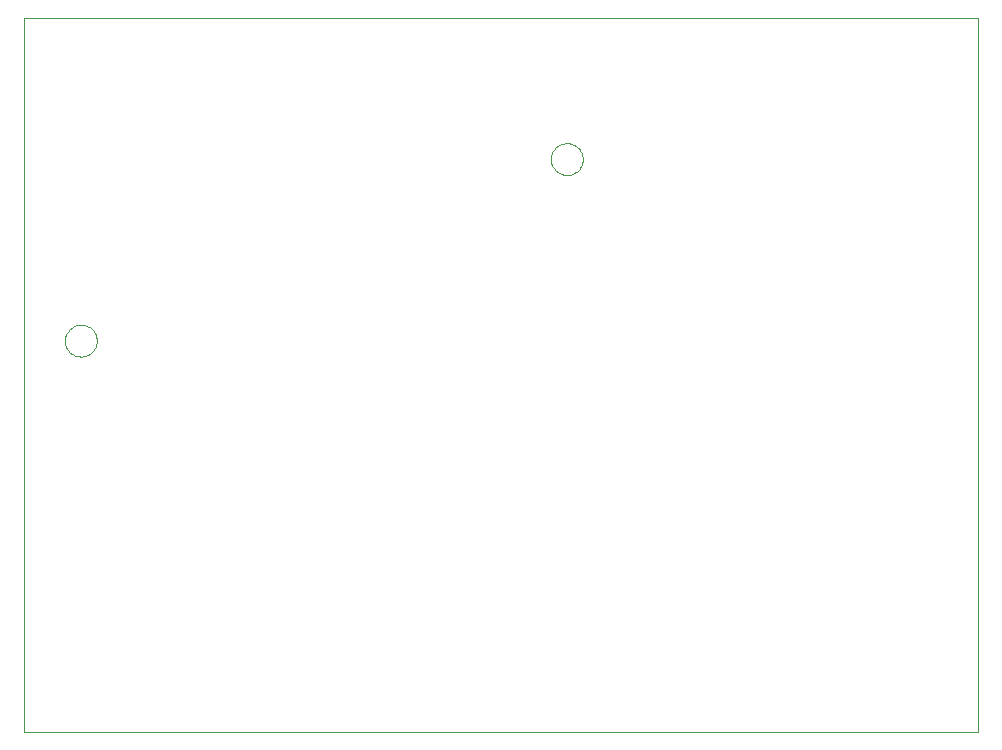
<source format=gbr>
G75*
G70*
%OFA0B0*%
%FSLAX24Y24*%
%IPPOS*%
%LPD*%
%AMOC8*
5,1,8,0,0,1.08239X$1,22.5*
%
%ADD10C,0.0000*%
D10*
X000650Y000750D02*
X000650Y024550D01*
X032450Y024550D01*
X032450Y000750D01*
X000650Y000750D01*
X002019Y013800D02*
X002021Y013846D01*
X002027Y013891D01*
X002037Y013936D01*
X002050Y013979D01*
X002067Y014022D01*
X002088Y014062D01*
X002112Y014101D01*
X002140Y014137D01*
X002171Y014171D01*
X002204Y014203D01*
X002240Y014231D01*
X002278Y014256D01*
X002318Y014278D01*
X002360Y014296D01*
X002403Y014310D01*
X002448Y014321D01*
X002493Y014328D01*
X002539Y014331D01*
X002584Y014330D01*
X002630Y014325D01*
X002675Y014316D01*
X002718Y014304D01*
X002761Y014287D01*
X002802Y014267D01*
X002841Y014244D01*
X002879Y014217D01*
X002913Y014187D01*
X002945Y014155D01*
X002974Y014119D01*
X003000Y014082D01*
X003023Y014042D01*
X003042Y014001D01*
X003057Y013958D01*
X003069Y013913D01*
X003077Y013868D01*
X003081Y013823D01*
X003081Y013777D01*
X003077Y013732D01*
X003069Y013687D01*
X003057Y013642D01*
X003042Y013599D01*
X003023Y013558D01*
X003000Y013518D01*
X002974Y013481D01*
X002945Y013445D01*
X002913Y013413D01*
X002879Y013383D01*
X002841Y013356D01*
X002802Y013333D01*
X002761Y013313D01*
X002718Y013296D01*
X002675Y013284D01*
X002630Y013275D01*
X002584Y013270D01*
X002539Y013269D01*
X002493Y013272D01*
X002448Y013279D01*
X002403Y013290D01*
X002360Y013304D01*
X002318Y013322D01*
X002278Y013344D01*
X002240Y013369D01*
X002204Y013397D01*
X002171Y013429D01*
X002140Y013463D01*
X002112Y013499D01*
X002088Y013538D01*
X002067Y013578D01*
X002050Y013621D01*
X002037Y013664D01*
X002027Y013709D01*
X002021Y013754D01*
X002019Y013800D01*
X018219Y019850D02*
X018221Y019896D01*
X018227Y019941D01*
X018237Y019986D01*
X018250Y020029D01*
X018267Y020072D01*
X018288Y020112D01*
X018312Y020151D01*
X018340Y020187D01*
X018371Y020221D01*
X018404Y020253D01*
X018440Y020281D01*
X018478Y020306D01*
X018518Y020328D01*
X018560Y020346D01*
X018603Y020360D01*
X018648Y020371D01*
X018693Y020378D01*
X018739Y020381D01*
X018784Y020380D01*
X018830Y020375D01*
X018875Y020366D01*
X018918Y020354D01*
X018961Y020337D01*
X019002Y020317D01*
X019041Y020294D01*
X019079Y020267D01*
X019113Y020237D01*
X019145Y020205D01*
X019174Y020169D01*
X019200Y020132D01*
X019223Y020092D01*
X019242Y020051D01*
X019257Y020008D01*
X019269Y019963D01*
X019277Y019918D01*
X019281Y019873D01*
X019281Y019827D01*
X019277Y019782D01*
X019269Y019737D01*
X019257Y019692D01*
X019242Y019649D01*
X019223Y019608D01*
X019200Y019568D01*
X019174Y019531D01*
X019145Y019495D01*
X019113Y019463D01*
X019079Y019433D01*
X019041Y019406D01*
X019002Y019383D01*
X018961Y019363D01*
X018918Y019346D01*
X018875Y019334D01*
X018830Y019325D01*
X018784Y019320D01*
X018739Y019319D01*
X018693Y019322D01*
X018648Y019329D01*
X018603Y019340D01*
X018560Y019354D01*
X018518Y019372D01*
X018478Y019394D01*
X018440Y019419D01*
X018404Y019447D01*
X018371Y019479D01*
X018340Y019513D01*
X018312Y019549D01*
X018288Y019588D01*
X018267Y019628D01*
X018250Y019671D01*
X018237Y019714D01*
X018227Y019759D01*
X018221Y019804D01*
X018219Y019850D01*
M02*

</source>
